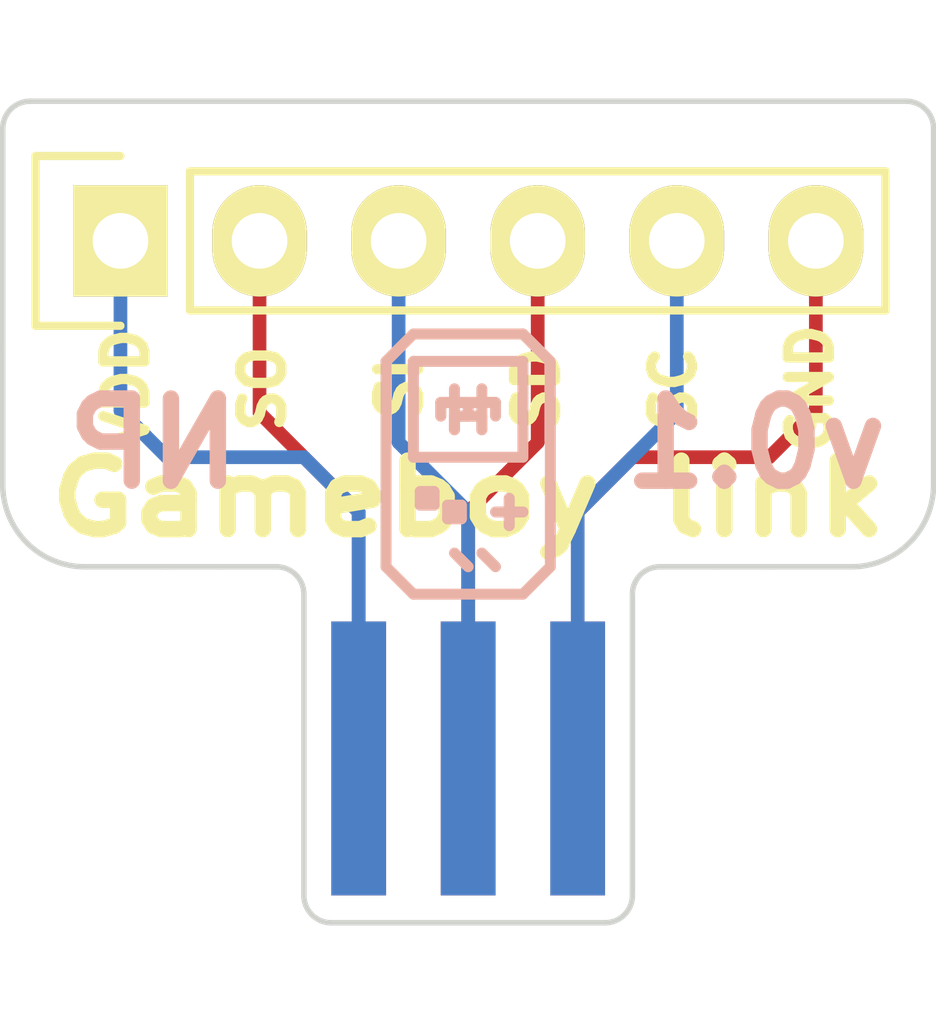
<source format=kicad_pcb>
(kicad_pcb (version 4) (host pcbnew 4.0.2-stable)

  (general
    (links 6)
    (no_connects 0)
    (area 11.949999 9.875 29.050001 28.975)
    (thickness 1.6)
    (drawings 86)
    (tracks 22)
    (zones 0)
    (modules 2)
    (nets 7)
  )

  (page A4)
  (layers
    (0 F.Cu signal)
    (31 B.Cu signal)
    (32 B.Adhes user)
    (33 F.Adhes user)
    (34 B.Paste user)
    (35 F.Paste user)
    (36 B.SilkS user)
    (37 F.SilkS user)
    (38 B.Mask user)
    (39 F.Mask user)
    (40 Dwgs.User user)
    (41 Cmts.User user)
    (42 Eco1.User user)
    (43 Eco2.User user)
    (44 Edge.Cuts user)
    (45 Margin user)
    (46 B.CrtYd user)
    (47 F.CrtYd user)
    (48 B.Fab user)
    (49 F.Fab user)
  )

  (setup
    (last_trace_width 0.25)
    (trace_clearance 0.2)
    (zone_clearance 0.508)
    (zone_45_only no)
    (trace_min 0.2)
    (segment_width 0.2)
    (edge_width 0.1)
    (via_size 0.6)
    (via_drill 0.4)
    (via_min_size 0.4)
    (via_min_drill 0.3)
    (uvia_size 0.3)
    (uvia_drill 0.1)
    (uvias_allowed no)
    (uvia_min_size 0.2)
    (uvia_min_drill 0.1)
    (pcb_text_width 0.3)
    (pcb_text_size 1.5 1.5)
    (mod_edge_width 0.15)
    (mod_text_size 1 1)
    (mod_text_width 0.15)
    (pad_size 1.5 1.5)
    (pad_drill 0.6)
    (pad_to_mask_clearance 0)
    (aux_axis_origin 0 0)
    (visible_elements 7FFFFFFF)
    (pcbplotparams
      (layerselection 0x010f0_80000001)
      (usegerberextensions true)
      (excludeedgelayer true)
      (linewidth 0.100000)
      (plotframeref false)
      (viasonmask false)
      (mode 1)
      (useauxorigin false)
      (hpglpennumber 1)
      (hpglpenspeed 20)
      (hpglpendiameter 15)
      (hpglpenoverlay 2)
      (psnegative false)
      (psa4output false)
      (plotreference true)
      (plotvalue true)
      (plotinvisibletext false)
      (padsonsilk false)
      (subtractmaskfromsilk false)
      (outputformat 1)
      (mirror false)
      (drillshape 0)
      (scaleselection 1)
      (outputdirectory gerbers/ragworm))
  )

  (net 0 "")
  (net 1 SD)
  (net 2 GND)
  (net 3 SO)
  (net 4 SC)
  (net 5 SI)
  (net 6 VDD)

  (net_class Default "This is the default net class."
    (clearance 0.2)
    (trace_width 0.25)
    (via_dia 0.6)
    (via_drill 0.4)
    (uvia_dia 0.3)
    (uvia_drill 0.1)
    (add_net GND)
    (add_net SC)
    (add_net SD)
    (add_net SI)
    (add_net SO)
    (add_net VDD)
  )

  (module gb-link:gb-link-socket (layer F.Cu) (tedit 57408480) (tstamp 5740699F)
    (at 20.5 24)
    (path /574062E3)
    (fp_text reference GB1 (at 0 -3.5) (layer F.SilkS) hide
      (effects (font (size 1 1) (thickness 0.15)))
    )
    (fp_text value gb-link-socket (at 0.5 4) (layer F.Fab)
      (effects (font (size 1 1) (thickness 0.15)))
    )
    (pad 4 connect rect (at 0 0) (size 1 5) (layers F.Cu F.Mask)
      (net 1 SD))
    (pad 6 connect rect (at 2 0) (size 1 5) (layers F.Cu F.Mask)
      (net 2 GND))
    (pad 2 connect rect (at -2 0) (size 1 5) (layers F.Cu F.Mask)
      (net 3 SO))
    (pad 5 connect rect (at 2 0) (size 1 5) (layers B.Cu B.Mask)
      (net 4 SC))
    (pad 3 connect rect (at 0 0) (size 1 5) (layers B.Cu B.Mask)
      (net 5 SI))
    (pad 1 connect rect (at -2 0) (size 1 5) (layers B.Cu B.Mask)
      (net 6 VDD))
  )

  (module Socket_Strips:Socket_Strip_Straight_1x06 (layer F.Cu) (tedit 57408474) (tstamp 574069B4)
    (at 14.15 14.55)
    (descr "Through hole socket strip")
    (tags "socket strip")
    (path /57405D66)
    (fp_text reference P1 (at -0.9 -1.8) (layer F.SilkS) hide
      (effects (font (size 1 1) (thickness 0.15)))
    )
    (fp_text value CONN_01X06 (at 6.35 -3.55) (layer F.Fab)
      (effects (font (size 1 1) (thickness 0.15)))
    )
    (fp_line (start -1.75 -1.75) (end -1.75 1.75) (layer F.CrtYd) (width 0.05))
    (fp_line (start 14.45 -1.75) (end 14.45 1.75) (layer F.CrtYd) (width 0.05))
    (fp_line (start -1.75 -1.75) (end 14.45 -1.75) (layer F.CrtYd) (width 0.05))
    (fp_line (start -1.75 1.75) (end 14.45 1.75) (layer F.CrtYd) (width 0.05))
    (fp_line (start 1.27 1.27) (end 13.97 1.27) (layer F.SilkS) (width 0.15))
    (fp_line (start 13.97 1.27) (end 13.97 -1.27) (layer F.SilkS) (width 0.15))
    (fp_line (start 13.97 -1.27) (end 1.27 -1.27) (layer F.SilkS) (width 0.15))
    (fp_line (start -1.55 1.55) (end 0 1.55) (layer F.SilkS) (width 0.15))
    (fp_line (start 1.27 1.27) (end 1.27 -1.27) (layer F.SilkS) (width 0.15))
    (fp_line (start 0 -1.55) (end -1.55 -1.55) (layer F.SilkS) (width 0.15))
    (fp_line (start -1.55 -1.55) (end -1.55 1.55) (layer F.SilkS) (width 0.15))
    (pad 1 thru_hole rect (at 0 0) (size 1.7272 2.032) (drill 1.016) (layers *.Cu *.Mask F.SilkS)
      (net 6 VDD))
    (pad 2 thru_hole oval (at 2.54 0) (size 1.7272 2.032) (drill 1.016) (layers *.Cu *.Mask F.SilkS)
      (net 3 SO))
    (pad 3 thru_hole oval (at 5.08 0) (size 1.7272 2.032) (drill 1.016) (layers *.Cu *.Mask F.SilkS)
      (net 5 SI))
    (pad 4 thru_hole oval (at 7.62 0) (size 1.7272 2.032) (drill 1.016) (layers *.Cu *.Mask F.SilkS)
      (net 1 SD))
    (pad 5 thru_hole oval (at 10.16 0) (size 1.7272 2.032) (drill 1.016) (layers *.Cu *.Mask F.SilkS)
      (net 4 SC))
    (pad 6 thru_hole oval (at 12.7 0) (size 1.7272 2.032) (drill 1.016) (layers *.Cu *.Mask F.SilkS)
      (net 2 GND))
    (model Socket_Strips.3dshapes/Socket_Strip_Straight_1x06.wrl
      (at (xyz 0.25 0 0))
      (scale (xyz 1 1 1))
      (rotate (xyz 0 0 180))
    )
  )

  (gr_text GND (at 26.75 17.25 90) (layer F.SilkS)
    (effects (font (size 0.75 0.75) (thickness 0.1875)))
  )
  (gr_text SC (at 24.25 17.25 90) (layer F.SilkS)
    (effects (font (size 0.75 0.75) (thickness 0.1875)))
  )
  (gr_text SD (at 21.75 17.25 90) (layer F.SilkS)
    (effects (font (size 0.75 0.75) (thickness 0.1875)))
  )
  (gr_text SI (at 19.25 17.25 90) (layer F.SilkS)
    (effects (font (size 0.75 0.75) (thickness 0.1875)))
  )
  (gr_text SO (at 16.75 17.25 90) (layer F.SilkS)
    (effects (font (size 0.75 0.75) (thickness 0.1875)))
  )
  (gr_text VDD (at 14.25 17.25 90) (layer F.SilkS)
    (effects (font (size 0.75 0.75) (thickness 0.1875)))
  )
  (gr_text NP (at 14.75 18.25) (layer B.SilkS)
    (effects (font (size 1.5 1.5) (thickness 0.3)) (justify mirror))
  )
  (gr_line (start 20.5 20.5) (end 20.25 20.25) (angle 90) (layer B.SilkS) (width 0.2))
  (gr_line (start 21 20.5) (end 20.75 20.25) (angle 90) (layer B.SilkS) (width 0.2))
  (gr_line (start 19.5 21) (end 21.5 21) (angle 90) (layer B.SilkS) (width 0.2))
  (gr_line (start 21.5 18.5) (end 19.5 18.5) (angle 90) (layer B.SilkS) (width 0.2))
  (gr_line (start 21.5 16.75) (end 21.5 18.5) (angle 90) (layer B.SilkS) (width 0.2))
  (gr_line (start 19.5 16.75) (end 21.5 16.75) (angle 90) (layer B.SilkS) (width 0.2))
  (gr_line (start 21.5 16.25) (end 19.5 16.25) (angle 90) (layer B.SilkS) (width 0.2))
  (gr_line (start 22 20.5) (end 21.5 21) (angle 90) (layer B.SilkS) (width 0.2))
  (gr_line (start 21.5 16.25) (end 21.75 16.5) (angle 90) (layer B.SilkS) (width 0.2))
  (gr_line (start 22 16.75) (end 21.5 16.25) (angle 90) (layer B.SilkS) (width 0.2))
  (gr_line (start 22 20.5) (end 22 16.75) (angle 90) (layer B.SilkS) (width 0.2))
  (gr_line (start 21.25 19.75) (end 21.25 19.5) (angle 90) (layer B.SilkS) (width 0.2))
  (gr_line (start 21.25 19.25) (end 21.25 19.75) (angle 90) (layer B.SilkS) (width 0.2))
  (gr_line (start 21.25 19.5) (end 21.25 19.25) (angle 90) (layer B.SilkS) (width 0.2))
  (gr_line (start 21.5 19.5) (end 21.25 19.5) (angle 90) (layer B.SilkS) (width 0.2))
  (gr_line (start 21 19.5) (end 21.5 19.5) (angle 90) (layer B.SilkS) (width 0.2))
  (gr_line (start 19.5 16.75) (end 19.5 18.5) (angle 90) (layer B.SilkS) (width 0.2))
  (gr_line (start 19.5 17) (end 19.5 16.75) (angle 90) (layer B.SilkS) (width 0.2))
  (gr_line (start 19.5 16.25) (end 19 16.75) (angle 90) (layer B.SilkS) (width 0.2))
  (gr_line (start 19 20.5) (end 19.5 21) (angle 90) (layer B.SilkS) (width 0.2))
  (gr_line (start 19 16.75) (end 19 20.5) (angle 90) (layer B.SilkS) (width 0.2))
  (gr_line (start 20 17.75) (end 20 17.5) (angle 90) (layer B.SilkS) (width 0.2))
  (gr_line (start 20 17.5) (end 20 17.75) (angle 90) (layer B.SilkS) (width 0.2))
  (gr_line (start 21 17.5) (end 20 17.5) (angle 90) (layer B.SilkS) (width 0.2))
  (gr_line (start 21 17.75) (end 21 17.5) (angle 90) (layer B.SilkS) (width 0.2))
  (gr_line (start 20.75 18) (end 20.75 17.75) (angle 90) (layer B.SilkS) (width 0.2))
  (gr_line (start 20.75 17.75) (end 20.75 18) (angle 90) (layer B.SilkS) (width 0.2))
  (gr_line (start 20.25 17.75) (end 20.75 17.75) (angle 90) (layer B.SilkS) (width 0.2))
  (gr_line (start 20.25 18) (end 20.25 17.75) (angle 90) (layer B.SilkS) (width 0.2))
  (gr_line (start 20.25 17.75) (end 20.25 18) (angle 90) (layer B.SilkS) (width 0.2))
  (gr_line (start 20.5 17.75) (end 20.25 17.75) (angle 90) (layer B.SilkS) (width 0.2))
  (gr_line (start 20.5 17.5) (end 20.5 17.75) (angle 90) (layer B.SilkS) (width 0.2))
  (gr_line (start 20.75 17.5) (end 20.5 17.5) (angle 90) (layer B.SilkS) (width 0.2))
  (gr_line (start 20.75 17.75) (end 20.75 17.5) (angle 90) (layer B.SilkS) (width 0.2))
  (gr_line (start 20.25 17.75) (end 20.75 17.75) (angle 90) (layer B.SilkS) (width 0.2))
  (gr_line (start 20.25 17.5) (end 20.25 17.75) (angle 90) (layer B.SilkS) (width 0.2))
  (gr_line (start 20 17.5) (end 20.25 17.5) (angle 90) (layer B.SilkS) (width 0.2))
  (gr_line (start 20.75 17.5) (end 20 17.5) (angle 90) (layer B.SilkS) (width 0.2))
  (gr_line (start 21 17.5) (end 20.75 17.5) (angle 90) (layer B.SilkS) (width 0.2))
  (gr_line (start 20.75 17.5) (end 20.75 17.25) (angle 90) (layer B.SilkS) (width 0.2))
  (gr_line (start 20.25 17.5) (end 20.75 17.5) (angle 90) (layer B.SilkS) (width 0.2))
  (gr_line (start 20.25 17.25) (end 20.25 17.5) (angle 90) (layer B.SilkS) (width 0.2))
  (gr_text v0.1 (at 25.75 18.25) (layer B.SilkS)
    (effects (font (size 1.5 1.5) (thickness 0.3)) (justify mirror))
  )
  (gr_line (start 19.875 19.375) (end 19.625 19.125) (angle 90) (layer B.SilkS) (width 0.2))
  (gr_line (start 19.875 19.125) (end 19.875 19.375) (angle 90) (layer B.SilkS) (width 0.2))
  (gr_line (start 19.625 19.375) (end 19.875 19.125) (angle 90) (layer B.SilkS) (width 0.2))
  (gr_line (start 20.375 19.625) (end 20.125 19.375) (angle 90) (layer B.SilkS) (width 0.2))
  (gr_line (start 20.375 19.375) (end 20.375 19.625) (angle 90) (layer B.SilkS) (width 0.2))
  (gr_line (start 20.125 19.625) (end 20.375 19.375) (angle 90) (layer B.SilkS) (width 0.2))
  (gr_line (start 20.125 19.375) (end 20.125 19.625) (angle 90) (layer B.SilkS) (width 0.2))
  (gr_line (start 20.375 19.375) (end 20.125 19.375) (angle 90) (layer B.SilkS) (width 0.2))
  (gr_line (start 20.375 19.625) (end 20.375 19.375) (angle 90) (layer B.SilkS) (width 0.2))
  (gr_line (start 20.125 19.625) (end 20.375 19.625) (angle 90) (layer B.SilkS) (width 0.2))
  (gr_line (start 19.875 19.375) (end 19.625 19.375) (angle 90) (layer B.SilkS) (width 0.2))
  (gr_line (start 19.875 19.125) (end 19.875 19.375) (angle 90) (layer B.SilkS) (width 0.2))
  (gr_line (start 19.625 19.125) (end 19.875 19.125) (angle 90) (layer B.SilkS) (width 0.2))
  (gr_line (start 19.625 19.375) (end 19.625 19.125) (angle 90) (layer B.SilkS) (width 0.2))
  (gr_text "Gameboy link\n" (at 20.5 19.25) (layer F.SilkS)
    (effects (font (size 1.25 1.5) (thickness 0.3)))
  )
  (gr_line (start 23 27) (end 18 27) (angle 90) (layer Edge.Cuts) (width 0.1))
  (gr_arc (start 23 26.5) (end 23.5 26.5) (angle 90) (layer Edge.Cuts) (width 0.1))
  (gr_arc (start 18 26.5) (end 18 27) (angle 90) (layer Edge.Cuts) (width 0.1))
  (gr_arc (start 27.5 19) (end 29 19) (angle 90) (layer Edge.Cuts) (width 0.1))
  (gr_arc (start 28.5 12.5) (end 28.5 12) (angle 90) (layer Edge.Cuts) (width 0.1))
  (gr_line (start 27.5 20.5) (end 26 20.5) (angle 90) (layer Edge.Cuts) (width 0.1))
  (gr_line (start 29 12.5) (end 29 19) (angle 90) (layer Edge.Cuts) (width 0.1))
  (gr_line (start 12.5 12) (end 28.5 12) (angle 90) (layer Edge.Cuts) (width 0.1))
  (gr_line (start 12 19) (end 12 16.5) (angle 90) (layer Edge.Cuts) (width 0.1))
  (gr_line (start 15 20.5) (end 13.5 20.5) (angle 90) (layer Edge.Cuts) (width 0.1))
  (gr_arc (start 13.5 19) (end 13.5 20.5) (angle 90) (layer Edge.Cuts) (width 0.1))
  (gr_line (start 16 20.5) (end 15 20.5) (angle 90) (layer Edge.Cuts) (width 0.1))
  (gr_line (start 26 20.5) (end 25 20.5) (angle 90) (layer Edge.Cuts) (width 0.1))
  (gr_line (start 12 16.5) (end 12 12.5) (angle 90) (layer Edge.Cuts) (width 0.1))
  (gr_line (start 17 20.5) (end 16 20.5) (angle 90) (layer Edge.Cuts) (width 0.1))
  (gr_line (start 24 20.5) (end 25 20.5) (angle 90) (layer Edge.Cuts) (width 0.1))
  (gr_arc (start 12.5 12.5) (end 12 12.5) (angle 90) (layer Edge.Cuts) (width 0.1))
  (gr_arc (start 17 21) (end 17 20.5) (angle 90) (layer Edge.Cuts) (width 0.1))
  (gr_arc (start 24 21) (end 23.5 21) (angle 90) (layer Edge.Cuts) (width 0.1))
  (gr_line (start 17.5 26.5) (end 17.5 21) (angle 90) (layer Edge.Cuts) (width 0.1))
  (gr_line (start 23.5 26.5) (end 23.5 21) (angle 90) (layer Edge.Cuts) (width 0.1))

  (segment (start 21.77 14.55) (end 21.77 18.23) (width 0.25) (layer F.Cu) (net 1))
  (segment (start 20.5 19.5) (end 20.5 24) (width 0.25) (layer F.Cu) (net 1) (tstamp 5740702F))
  (segment (start 21.77 18.23) (end 20.5 19.5) (width 0.25) (layer F.Cu) (net 1) (tstamp 5740702C))
  (segment (start 26.85 14.55) (end 26.85 17.65) (width 0.25) (layer F.Cu) (net 2))
  (segment (start 22.5 19.5) (end 22.5 24) (width 0.25) (layer F.Cu) (net 2) (tstamp 5740703D))
  (segment (start 23.5 18.5) (end 22.5 19.5) (width 0.25) (layer F.Cu) (net 2) (tstamp 5740703A))
  (segment (start 26 18.5) (end 23.5 18.5) (width 0.25) (layer F.Cu) (net 2) (tstamp 57407039))
  (segment (start 26.85 17.65) (end 26 18.5) (width 0.25) (layer F.Cu) (net 2) (tstamp 57407033))
  (segment (start 16.69 14.55) (end 16.69 17.69) (width 0.25) (layer F.Cu) (net 3))
  (segment (start 18.5 19.5) (end 18.5 24) (width 0.25) (layer F.Cu) (net 3) (tstamp 57407028))
  (segment (start 16.69 17.69) (end 18.5 19.5) (width 0.25) (layer F.Cu) (net 3) (tstamp 57407020))
  (segment (start 24.31 14.55) (end 24.31 17.69) (width 0.25) (layer B.Cu) (net 4))
  (segment (start 22.5 19.5) (end 22.5 24) (width 0.25) (layer B.Cu) (net 4) (tstamp 57407094))
  (segment (start 24.31 17.69) (end 22.5 19.5) (width 0.25) (layer B.Cu) (net 4) (tstamp 5740708E))
  (segment (start 19.23 14.55) (end 19.23 18.23) (width 0.25) (layer B.Cu) (net 5))
  (segment (start 20.5 19.5) (end 20.5 24) (width 0.25) (layer B.Cu) (net 5) (tstamp 57407089))
  (segment (start 19.23 18.23) (end 20.5 19.5) (width 0.25) (layer B.Cu) (net 5) (tstamp 57407082))
  (segment (start 14.15 14.55) (end 14.15 17.65) (width 0.25) (layer B.Cu) (net 6))
  (segment (start 18.5 19.5) (end 18.5 24) (width 0.25) (layer B.Cu) (net 6) (tstamp 5740707C))
  (segment (start 17.5 18.5) (end 18.5 19.5) (width 0.25) (layer B.Cu) (net 6) (tstamp 57407078))
  (segment (start 15 18.5) (end 17.5 18.5) (width 0.25) (layer B.Cu) (net 6) (tstamp 57407072))
  (segment (start 14.15 17.65) (end 15 18.5) (width 0.25) (layer B.Cu) (net 6) (tstamp 57407061))

)

</source>
